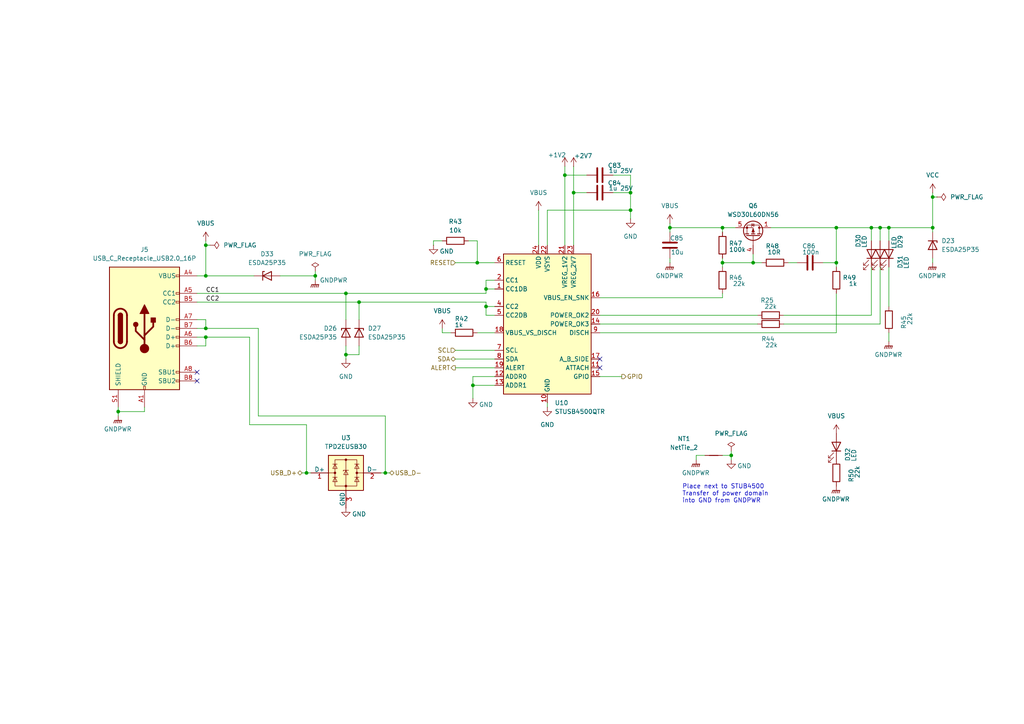
<source format=kicad_sch>
(kicad_sch (version 20250114) (generator "eeschema") (generator_version "9.0")
  (paper "A4")
  (lib_symbols
    (symbol "Connector:USB_C_Receptacle_USB2.0_16P" (pin_names (offset 1.016))
      (property "Reference" "J" (at 0 22.225 0))
      (property "Value" "USB_C_Receptacle_USB2.0_16P" (at 0 19.685 0))
      (symbol "USB_C_Receptacle_USB2.0_16P_0_0"
        (rectangle (start -0.254 -17.78) (end 0.254 -16.764))
        (rectangle (start 10.16 15.494) (end 9.144 14.986))
        (rectangle (start 10.16 10.414) (end 9.144 9.906))
        (rectangle (start 10.16 7.874) (end 9.144 7.366))
        (rectangle (start 10.16 2.794) (end 9.144 2.286))
        (rectangle (start 10.16 0.254) (end 9.144 -0.254))
        (rectangle (start 10.16 -2.286) (end 9.144 -2.794))
        (rectangle (start 10.16 -4.826) (end 9.144 -5.334))
        (rectangle (start 10.16 -12.446) (end 9.144 -12.954))
        (rectangle (start 10.16 -14.986) (end 9.144 -15.494))
      )
      (symbol "USB_C_Receptacle_USB2.0_16P_0_1"
        (rectangle (start -10.16 17.78) (end 10.16 -17.78) (stroke (width 0.254)) (fill (type background)))
        (polyline (pts (xy -8.89 -3.81) (xy -8.89 3.81)) (stroke (width 0.508)))
        (rectangle (start -7.62 -3.81) (end -6.35 3.81) (stroke (width 0.254)) (fill (type outline)))
        (arc (start -7.62 3.81) (mid -6.985 4.4423) (end -6.35 3.81) (stroke (width 0.254)))
        (arc (start -7.62 3.81) (mid -6.985 4.4423) (end -6.35 3.81) (stroke (width 0.254)) (fill (type outline)))
        (arc (start -8.89 3.81) (mid -6.985 5.7067) (end -5.08 3.81) (stroke (width 0.508)))
        (arc (start -5.08 -3.81) (mid -6.985 -5.7067) (end -8.89 -3.81) (stroke (width 0.508)))
        (arc (start -6.35 -3.81) (mid -6.985 -4.4423) (end -7.62 -3.81) (stroke (width 0.254)))
        (arc (start -6.35 -3.81) (mid -6.985 -4.4423) (end -7.62 -3.81) (stroke (width 0.254)) (fill (type outline)))
        (polyline (pts (xy -5.08 3.81) (xy -5.08 -3.81)) (stroke (width 0.508)))
        (circle (center -2.54 1.143) (radius 0.635) (stroke (width 0.254)) (fill (type outline)))
        (polyline (pts (xy -1.27 4.318) (xy 0 6.858) (xy 1.27 4.318) (xy -1.27 4.318)) (stroke (width 0.254)) (fill (type outline)))
        (polyline (pts (xy 0 -2.032) (xy 2.54 0.508) (xy 2.54 1.778)) (stroke (width 0.508)))
        (polyline (pts (xy 0 -3.302) (xy -2.54 -0.762) (xy -2.54 0.508)) (stroke (width 0.508)))
        (polyline (pts (xy 0 -5.842) (xy 0 4.318)) (stroke (width 0.508)))
        (circle (center 0 -5.842) (radius 1.27) (fill (type outline)))
        (rectangle (start 1.905 1.778) (end 3.175 3.048) (stroke (width 0.254)) (fill (type outline)))
      )
      (symbol "USB_C_Receptacle_USB2.0_16P_1_1"
        (pin passive line (at -7.62 -22.86 90) (length 5.08) (name "SHIELD") (number "S1"))
        (pin passive line (at 0 -22.86 90) (length 5.08) (name "GND") (number "A1"))
        (pin passive line (at 0 -22.86 90) (length 5.08) (hide yes) (name "GND") (number "A12"))
        (pin passive line (at 0 -22.86 90) (length 5.08) (hide yes) (name "GND") (number "B1"))
        (pin passive line (at 0 -22.86 90) (length 5.08) (hide yes) (name "GND") (number "B12"))
        (pin passive line (at 15.24 15.24 180) (length 5.08) (name "VBUS") (number "A4"))
        (pin passive line (at 15.24 15.24 180) (length 5.08) (hide yes) (name "VBUS") (number "A9"))
        (pin passive line (at 15.24 15.24 180) (length 5.08) (hide yes) (name "VBUS") (number "B4"))
        (pin passive line (at 15.24 15.24 180) (length 5.08) (hide yes) (name "VBUS") (number "B9"))
        (pin bidirectional line (at 15.24 10.16 180) (length 5.08) (name "CC1") (number "A5"))
        (pin bidirectional line (at 15.24 7.62 180) (length 5.08) (name "CC2") (number "B5"))
        (pin bidirectional line (at 15.24 2.54 180) (length 5.08) (name "D-") (number "A7"))
        (pin bidirectional line (at 15.24 0 180) (length 5.08) (name "D-") (number "B7"))
        (pin bidirectional line (at 15.24 -2.54 180) (length 5.08) (name "D+") (number "A6"))
        (pin bidirectional line (at 15.24 -5.08 180) (length 5.08) (name "D+") (number "B6"))
        (pin bidirectional line (at 15.24 -12.7 180) (length 5.08) (name "SBU1") (number "A8"))
        (pin bidirectional line (at 15.24 -15.24 180) (length 5.08) (name "SBU2") (number "B8"))
      )
    )
    (symbol "Device:C" (pin_numbers (hide yes)) (pin_names (offset 0.254))
      (property "Reference" "C" (at 0.635 2.54 0))
      (property "Value" "C" (at 0.635 -2.54 0))
      (symbol "C_0_1"
        (polyline (pts (xy -2.032 0.762) (xy 2.032 0.762)) (stroke (width 0.508)))
        (polyline (pts (xy -2.032 -0.762) (xy 2.032 -0.762)) (stroke (width 0.508)))
      )
      (symbol "C_1_1"
        (pin passive line (at 0 3.81 270) (length 2.794) (name "~") (number "1"))
        (pin passive line (at 0 -3.81 90) (length 2.794) (name "~") (number "2"))
      )
    )
    (symbol "Device:D_Zener" (pin_numbers (hide yes)) (pin_names (offset 1.016) (hide yes))
      (property "Reference" "D" (at 0 2.54 0))
      (property "Value" "D_Zener" (at 0 -2.54 0))
      (symbol "D_Zener_0_1"
        (polyline (pts (xy -1.27 -1.27) (xy -1.27 1.27) (xy -0.762 1.27)) (stroke (width 0.254)))
        (polyline (pts (xy 1.27 0) (xy -1.27 0)))
        (polyline (pts (xy 1.27 -1.27) (xy 1.27 1.27) (xy -1.27 0) (xy 1.27 -1.27)) (stroke (width 0.254)))
      )
      (symbol "D_Zener_1_1"
        (pin passive line (at -3.81 0 0) (length 2.54) (name "K") (number "1"))
        (pin passive line (at 3.81 0 180) (length 2.54) (name "A") (number "2"))
      )
    )
    (symbol "Device:LED" (pin_numbers (hide yes)) (pin_names (offset 1.016) (hide yes))
      (property "Reference" "D" (at 0 2.54 0))
      (property "Value" "LED" (at 0 -2.54 0))
      (symbol "LED_0_1"
        (polyline (pts (xy -3.048 -0.762) (xy -4.572 -2.286) (xy -3.81 -2.286) (xy -4.572 -2.286) (xy -4.572 -1.524)))
        (polyline (pts (xy -1.778 -0.762) (xy -3.302 -2.286) (xy -2.54 -2.286) (xy -3.302 -2.286) (xy -3.302 -1.524)))
        (polyline (pts (xy -1.27 0) (xy 1.27 0)))
        (polyline (pts (xy -1.27 -1.27) (xy -1.27 1.27)) (stroke (width 0.254)))
        (polyline (pts (xy 1.27 -1.27) (xy 1.27 1.27) (xy -1.27 0) (xy 1.27 -1.27)) (stroke (width 0.254)))
      )
      (symbol "LED_1_1"
        (pin passive line (at -3.81 0 0) (length 2.54) (name "K") (number "1"))
        (pin passive line (at 3.81 0 180) (length 2.54) (name "A") (number "2"))
      )
    )
    (symbol "Device:NetTie_2" (pin_numbers (hide yes)) (pin_names (offset 0) (hide yes)) (in_bom no)
      (property "Reference" "NT" (at 0 1.27 0))
      (property "Value" "NetTie_2" (at 0 -1.27 0))
      (symbol "NetTie_2_0_1"
        (polyline (pts (xy -1.27 0) (xy 1.27 0)) (stroke (width 0.254)))
      )
      (symbol "NetTie_2_1_1"
        (pin passive line (at -2.54 0 0) (length 2.54) (name "1") (number "1"))
        (pin passive line (at 2.54 0 180) (length 2.54) (name "2") (number "2"))
      )
    )
    (symbol "Device:R" (pin_numbers (hide yes)) (pin_names (offset 0))
      (property "Reference" "R" (at 2.032 0 90))
      (property "Value" "R" (at 0 0 90))
      (symbol "R_0_1"
        (rectangle (start -1.016 -2.54) (end 1.016 2.54) (stroke (width 0.254)))
      )
      (symbol "R_1_1"
        (pin passive line (at 0 3.81 270) (length 1.27) (name "~") (number "1"))
        (pin passive line (at 0 -3.81 90) (length 1.27) (name "~") (number "2"))
      )
    )
    (symbol "Interface_USB:STUSB4500QTR"
      (property "Reference" "U" (at -12.7 21.59 0))
      (property "Value" "STUSB4500QTR" (at 8.89 -21.59 0))
      (symbol "STUSB4500QTR_0_1"
        (rectangle (start -12.7 20.32) (end 12.7 -20.32) (stroke (width 0.254)) (fill (type background)))
      )
      (symbol "STUSB4500QTR_1_1"
        (pin input line (at -15.24 17.78 0) (length 2.54) (name "RESET") (number "6"))
        (pin bidirectional line (at -15.24 12.7 0) (length 2.54) (name "CC1") (number "2"))
        (pin bidirectional line (at -15.24 10.16 0) (length 2.54) (name "CC1DB") (number "1"))
        (pin bidirectional line (at -15.24 5.08 0) (length 2.54) (name "CC2") (number "4"))
        (pin bidirectional line (at -15.24 2.54 0) (length 2.54) (name "CC2DB") (number "5"))
        (pin input line (at -15.24 -2.54 0) (length 2.54) (name "VBUS_VS_DISCH") (number "18"))
        (pin input line (at -15.24 -7.62 0) (length 2.54) (name "SCL") (number "7"))
        (pin bidirectional line (at -15.24 -10.16 0) (length 2.54) (name "SDA") (number "8"))
        (pin open_collector line (at -15.24 -12.7 0) (length 2.54) (name "ALERT") (number "19"))
        (pin input line (at -15.24 -15.24 0) (length 2.54) (name "ADDR0") (number "12"))
        (pin input line (at -15.24 -17.78 0) (length 2.54) (name "ADDR1") (number "13"))
        (pin no_connect line (at -12.7 15.24 0) (length 2.54) (hide yes) (name "NC") (number "3"))
        (pin power_in line (at -2.54 22.86 270) (length 2.54) (name "VDD") (number "24"))
        (pin power_in line (at 0 22.86 270) (length 2.54) (name "VSYS") (number "22"))
        (pin power_in line (at 0 -22.86 90) (length 2.54) (name "GND") (number "10"))
        (pin passive line (at 0 -22.86 90) (length 2.54) (hide yes) (name "GND") (number "25"))
        (pin power_out line (at 5.08 22.86 270) (length 2.54) (name "VREG_1V2") (number "21"))
        (pin power_out line (at 7.62 22.86 270) (length 2.54) (name "VREG_2V7") (number "23"))
        (pin open_collector line (at 15.24 7.62 180) (length 2.54) (name "VBUS_EN_SNK") (number "16"))
        (pin open_collector line (at 15.24 2.54 180) (length 2.54) (name "POWER_OK2") (number "20"))
        (pin open_collector line (at 15.24 0 180) (length 2.54) (name "POWER_OK3") (number "14"))
        (pin bidirectional line (at 15.24 -2.54 180) (length 2.54) (name "DISCH") (number "9"))
        (pin open_collector line (at 15.24 -10.16 180) (length 2.54) (name "A_B_SIDE") (number "17"))
        (pin open_collector line (at 15.24 -12.7 180) (length 2.54) (name "ATTACH") (number "11"))
        (pin open_collector line (at 15.24 -15.24 180) (length 2.54) (name "GPIO") (number "15"))
      )
    )
    (symbol "Power_Protection:TPD2EUSB30" (pin_names (offset 0))
      (property "Reference" "U" (at 0 6.35 0))
      (property "Value" "TPD2EUSB30" (at 7.62 -7.62 0))
      (symbol "TPD2EUSB30_0_1"
        (rectangle (start -5.08 5.08) (end 5.08 -5.08) (stroke (width 0.254)) (fill (type background)))
        (polyline (pts (xy -5.08 0) (xy -3.175 0)))
        (polyline (pts (xy -3.81 2.54) (xy -2.54 2.54)))
        (polyline (pts (xy -3.81 -1.27) (xy -2.54 -1.27)))
        (rectangle (start -3.175 3.81) (end 3.175 -3.81))
        (circle (center -3.175 0) (radius 0.2794) (fill (type outline)))
        (polyline (pts (xy -2.54 1.27) (xy -3.81 1.27) (xy -3.175 2.54) (xy -2.54 1.27)))
        (polyline (pts (xy -2.54 -2.54) (xy -3.81 -2.54) (xy -3.175 -1.27) (xy -2.54 -2.54)))
        (circle (center 0 3.81) (radius 0.2794) (fill (type outline)))
        (polyline (pts (xy 0 3.81) (xy 0 -5.08)))
        (circle (center 0 -3.81) (radius 0.2794) (fill (type outline)))
        (polyline (pts (xy 0.635 -0.508) (xy -0.635 -0.508) (xy 0 0.762) (xy 0.635 -0.508)))
        (polyline (pts (xy 0.762 0.762) (xy -0.762 0.762) (xy -0.762 0.508)))
        (polyline (pts (xy 2.54 2.54) (xy 3.81 2.54)))
        (polyline (pts (xy 2.54 -1.27) (xy 3.81 -1.27)))
        (circle (center 3.175 0) (radius 0.2794) (fill (type outline)))
        (polyline (pts (xy 3.81 1.27) (xy 2.54 1.27) (xy 3.175 2.54) (xy 3.81 1.27)))
        (polyline (pts (xy 3.81 -2.54) (xy 2.54 -2.54) (xy 3.175 -1.27) (xy 3.81 -2.54)))
        (polyline (pts (xy 5.08 0) (xy 3.175 0)))
      )
      (symbol "TPD2EUSB30_1_1"
        (pin passive line (at -10.16 0 0) (length 5.08) (name "D+") (number "1"))
        (pin passive line (at 0 -10.16 90) (length 5.08) (name "GND") (number "3"))
        (pin passive line (at 10.16 0 180) (length 5.08) (name "D-") (number "2"))
      )
    )
    (symbol "Transistor_FET:CSD25402Q3A" (pin_names (hide yes))
      (property "Reference" "U" (at 5.715 1.905 0))
      (property "Value" "CSD25402Q3A" (at 11.811 -0.127 0))
      (symbol "CSD25402Q3A_0_1"
        (polyline (pts (xy 0.254 1.905) (xy 0.254 -1.905)) (stroke (width 0.254)))
        (polyline (pts (xy 0.254 0) (xy -2.54 0)))
        (polyline (pts (xy 0.762 2.286) (xy 0.762 1.27)) (stroke (width 0.254)))
        (polyline (pts (xy 0.762 1.778) (xy 3.302 1.778) (xy 3.302 -1.778) (xy 0.762 -1.778)))
        (polyline (pts (xy 0.762 0.508) (xy 0.762 -0.508)) (stroke (width 0.254)))
        (polyline (pts (xy 0.762 -1.27) (xy 0.762 -2.286)) (stroke (width 0.254)))
        (circle (center 1.651 0) (radius 2.794) (stroke (width 0.254)))
        (polyline (pts (xy 2.286 0) (xy 1.27 0.381) (xy 1.27 -0.381) (xy 2.286 0)) (fill (type outline)))
        (polyline (pts (xy 2.54 2.54) (xy 2.54 1.778)))
        (circle (center 2.54 1.778) (radius 0.254) (fill (type outline)))
        (circle (center 2.54 -1.778) (radius 0.254) (fill (type outline)))
        (polyline (pts (xy 2.54 -2.54) (xy 2.54 0) (xy 0.762 0)))
        (polyline (pts (xy 2.794 -0.508) (xy 2.921 -0.381) (xy 3.683 -0.381) (xy 3.81 -0.254)))
        (polyline (pts (xy 3.302 -0.381) (xy 2.921 0.254) (xy 3.683 0.254) (xy 3.302 -0.381)))
      )
      (symbol "CSD25402Q3A_1_1"
        (pin input line (at -5.08 0 0) (length 2.54) (name "G") (number "4"))
        (pin passive line (at 2.54 5.08 270) (length 2.54) (name "D") (number "1"))
        (pin passive line (at 2.54 5.08 270) (length 2.54) (hide yes) (name "D") (number "2"))
        (pin passive line (at 2.54 5.08 270) (length 2.54) (hide yes) (name "D") (number "3"))
        (pin passive line (at 2.54 -5.08 90) (length 2.54) (name "S") (number "5"))
      )
    )
    (symbol "power:+1V2" (power) (pin_numbers (hide yes)) (pin_names (offset 0) (hide yes))
      (property "Value" "+1V2" (at 0 3.556 0))
      (symbol "+1V2_0_1"
        (polyline (pts (xy -0.762 1.27) (xy 0 2.54)))
        (polyline (pts (xy 0 2.54) (xy 0.762 1.27)))
        (polyline (pts (xy 0 0) (xy 0 2.54)))
      )
      (symbol "+1V2_1_1"
        (pin power_in line (at 0 0 90) (length 0) (name "~") (number "1"))
      )
    )
    (symbol "power:+2V8" (power) (pin_numbers (hide yes)) (pin_names (offset 0) (hide yes))
      (property "Value" "+2V8" (at 0 3.556 0))
      (symbol "+2V8_0_1"
        (polyline (pts (xy -0.762 1.27) (xy 0 2.54)))
        (polyline (pts (xy 0 2.54) (xy 0.762 1.27)))
        (polyline (pts (xy 0 0) (xy 0 2.54)))
      )
      (symbol "+2V8_1_1"
        (pin power_in line (at 0 0 90) (length 0) (name "~") (number "1"))
      )
    )
    (symbol "power:GND" (power) (pin_numbers (hide yes)) (pin_names (offset 0) (hide yes))
      (property "Value" "GND" (at 0 -3.81 0))
      (symbol "GND_0_1"
        (polyline (pts (xy 0 0) (xy 0 -1.27) (xy 1.27 -1.27) (xy 0 -2.54) (xy -1.27 -1.27) (xy 0 -1.27)))
      )
      (symbol "GND_1_1"
        (pin power_in line (at 0 0 270) (length 0) (name "~") (number "1"))
      )
    )
    (symbol "power:GNDPWR" (power) (pin_numbers (hide yes)) (pin_names (offset 0) (hide yes))
      (property "Value" "GNDPWR" (at 0 -3.302 0))
      (symbol "GNDPWR_0_1"
        (polyline (pts (xy -1.016 -1.27) (xy -1.27 -2.032) (xy -1.27 -2.032)) (stroke (width 0.2032)))
        (polyline (pts (xy -0.508 -1.27) (xy -0.762 -2.032) (xy -0.762 -2.032)) (stroke (width 0.2032)))
        (polyline (pts (xy 0 -1.27) (xy 0 0)))
        (polyline (pts (xy 0 -1.27) (xy -0.254 -2.032) (xy -0.254 -2.032)) (stroke (width 0.2032)))
        (polyline (pts (xy 0.508 -1.27) (xy 0.254 -2.032) (xy 0.254 -2.032)) (stroke (width 0.2032)))
        (polyline (pts (xy 1.016 -1.27) (xy -1.016 -1.27) (xy -1.016 -1.27)) (stroke (width 0.2032)))
        (polyline (pts (xy 1.016 -1.27) (xy 0.762 -2.032) (xy 0.762 -2.032) (xy 0.762 -2.032)) (stroke (width 0.2032)))
      )
      (symbol "GNDPWR_1_1"
        (pin power_in line (at 0 0 270) (length 0) (name "~") (number "1"))
      )
    )
    (symbol "power:PWR_FLAG" (power) (pin_numbers (hide yes)) (pin_names (offset 0) (hide yes))
      (property "Value" "PWR_FLAG" (at 0 3.81 0))
      (symbol "PWR_FLAG_0_0"
        (pin power_out line (at 0 0 90) (length 0) (name "~") (number "1"))
      )
      (symbol "PWR_FLAG_0_1"
        (polyline (pts (xy 0 0) (xy 0 1.27) (xy -1.016 1.905) (xy 0 2.54) (xy 1.016 1.905) (xy 0 1.27)))
      )
    )
    (symbol "power:VBUS" (power) (pin_numbers (hide yes)) (pin_names (offset 0) (hide yes))
      (property "Value" "VBUS" (at 0 3.556 0))
      (symbol "VBUS_0_1"
        (polyline (pts (xy -0.762 1.27) (xy 0 2.54)))
        (polyline (pts (xy 0 2.54) (xy 0.762 1.27)))
        (polyline (pts (xy 0 0) (xy 0 2.54)))
      )
      (symbol "VBUS_1_1"
        (pin power_in line (at 0 0 90) (length 0) (name "~") (number "1"))
      )
    )
    (symbol "power:VCC" (power) (pin_numbers (hide yes)) (pin_names (offset 0) (hide yes))
      (property "Value" "VCC" (at 0 3.556 0))
      (symbol "VCC_0_1"
        (polyline (pts (xy -0.762 1.27) (xy 0 2.54)))
        (polyline (pts (xy 0 2.54) (xy 0.762 1.27)))
        (polyline (pts (xy 0 0) (xy 0 2.54)))
      )
      (symbol "VCC_1_1"
        (pin power_in line (at 0 0 90) (length 0) (name "~") (number "1"))
      )
    )
  )
  (text "Place next to STUB4500\nTransfer of power domain\ninto GND from GNDPWR" (at 197.866 143.256 0) (effects (font (size 1.27 1.27)) (justify left)))
  (junction (at 209.55 76.2))
  (junction (at 182.88 60.96))
  (junction (at 163.83 50.8))
  (junction (at 91.44 80.01))
  (junction (at 209.55 66.04))
  (junction (at 242.57 66.04))
  (junction (at 140.97 88.9))
  (junction (at 257.81 66.04))
  (junction (at 182.88 55.88))
  (junction (at 34.29 119.38))
  (junction (at 270.51 66.04))
  (junction (at 88.9 137.16))
  (junction (at 270.51 57.15))
  (junction (at 59.69 71.12))
  (junction (at 242.57 76.2))
  (junction (at 140.97 83.82))
  (junction (at 212.09 132.08))
  (junction (at 218.44 76.2))
  (junction (at 100.33 102.87))
  (junction (at 137.16 111.76))
  (junction (at 138.43 76.2))
  (junction (at 59.69 97.79))
  (junction (at 194.31 66.04))
  (junction (at 166.37 55.88))
  (junction (at 255.27 66.04))
  (junction (at 252.73 66.04))
  (junction (at 59.69 80.01))
  (junction (at 111.76 137.16))
  (junction (at 59.69 95.25))
  (junction (at 100.33 85.09))
  (junction (at 104.14 87.63))
  (no_connect (at 173.99 106.68))
  (no_connect (at 57.15 107.95))
  (no_connect (at 57.15 110.49))
  (no_connect (at 173.99 104.14))
  (wire (pts (xy 270.51 55.88) (xy 270.51 57.15)))
  (wire (pts (xy 257.81 99.06) (xy 257.81 96.52)))
  (wire (pts (xy 57.15 97.79) (xy 59.69 97.79)))
  (wire (pts (xy 140.97 88.9) (xy 143.51 88.9)))
  (wire (pts (xy 135.89 69.85) (xy 138.43 69.85)))
  (wire (pts (xy 88.9 137.16) (xy 90.17 137.16)))
  (wire (pts (xy 34.29 119.38) (xy 34.29 120.65)))
  (wire (pts (xy 137.16 109.22) (xy 137.16 111.76)))
  (wire (pts (xy 100.33 102.87) (xy 100.33 104.14)))
  (wire (pts (xy 140.97 87.63) (xy 140.97 88.9)))
  (wire (pts (xy 59.69 97.79) (xy 72.39 97.79)))
  (wire (pts (xy 104.14 87.63) (xy 140.97 87.63)))
  (wire (pts (xy 209.55 76.2) (xy 209.55 77.47)))
  (wire (pts (xy 91.44 78.74) (xy 91.44 80.01)))
  (wire (pts (xy 166.37 48.26) (xy 166.37 55.88)))
  (wire (pts (xy 242.57 96.52) (xy 242.57 85.09)))
  (wire (pts (xy 158.75 60.96) (xy 182.88 60.96)))
  (wire (pts (xy 100.33 85.09) (xy 100.33 92.71)))
  (wire (pts (xy 270.51 57.15) (xy 270.51 66.04)))
  (wire (pts (xy 252.73 66.04) (xy 255.27 66.04)))
  (wire (pts (xy 209.55 66.04) (xy 209.55 67.31)))
  (wire (pts (xy 100.33 100.33) (xy 100.33 102.87)))
  (wire (pts (xy 81.28 80.01) (xy 91.44 80.01)))
  (wire (pts (xy 128.27 69.85) (xy 125.73 69.85)))
  (wire (pts (xy 194.31 76.2) (xy 194.31 74.93)))
  (wire (pts (xy 72.39 97.79) (xy 72.39 123.19)))
  (wire (pts (xy 209.55 76.2) (xy 218.44 76.2)))
  (wire (pts (xy 111.76 120.65) (xy 111.76 137.16)))
  (wire (pts (xy 74.93 95.25) (xy 74.93 120.65)))
  (wire (pts (xy 158.75 60.96) (xy 158.75 71.12)))
  (wire (pts (xy 59.69 95.25) (xy 74.93 95.25)))
  (wire (pts (xy 59.69 92.71) (xy 59.69 95.25)))
  (wire (pts (xy 252.73 66.04) (xy 252.73 69.85)))
  (wire (pts (xy 57.15 87.63) (xy 104.14 87.63)))
  (wire (pts (xy 194.31 66.04) (xy 209.55 66.04)))
  (wire (pts (xy 209.55 74.93) (xy 209.55 76.2)))
  (wire (pts (xy 173.99 86.36) (xy 209.55 86.36)))
  (wire (pts (xy 156.21 60.96) (xy 156.21 71.12)))
  (wire (pts (xy 177.8 50.8) (xy 182.88 50.8)))
  (wire (pts (xy 255.27 77.47) (xy 255.27 93.98)))
  (wire (pts (xy 242.57 66.04) (xy 242.57 76.2)))
  (wire (pts (xy 104.14 100.33) (xy 104.14 102.87)))
  (wire (pts (xy 104.14 87.63) (xy 104.14 92.71)))
  (wire (pts (xy 182.88 50.8) (xy 182.88 55.88)))
  (wire (pts (xy 143.51 91.44) (xy 140.97 91.44)))
  (wire (pts (xy 182.88 60.96) (xy 182.88 63.5)))
  (wire (pts (xy 125.73 69.85) (xy 125.73 71.12)))
  (wire (pts (xy 140.97 91.44) (xy 140.97 88.9)))
  (wire (pts (xy 132.08 104.14) (xy 143.51 104.14)))
  (wire (pts (xy 182.88 55.88) (xy 182.88 60.96)))
  (wire (pts (xy 242.57 76.2) (xy 242.57 77.47)))
  (wire (pts (xy 218.44 76.2) (xy 220.98 76.2)))
  (wire (pts (xy 138.43 96.52) (xy 143.51 96.52)))
  (wire (pts (xy 74.93 120.65) (xy 111.76 120.65)))
  (wire (pts (xy 173.99 91.44) (xy 219.71 91.44)))
  (wire (pts (xy 242.57 66.04) (xy 252.73 66.04)))
  (wire (pts (xy 194.31 66.04) (xy 194.31 67.31)))
  (wire (pts (xy 177.8 55.88) (xy 182.88 55.88)))
  (wire (pts (xy 209.55 66.04) (xy 213.36 66.04)))
  (wire (pts (xy 173.99 96.52) (xy 242.57 96.52)))
  (wire (pts (xy 140.97 83.82) (xy 140.97 85.09)))
  (wire (pts (xy 59.69 95.25) (xy 57.15 95.25)))
  (wire (pts (xy 143.51 109.22) (xy 137.16 109.22)))
  (wire (pts (xy 255.27 66.04) (xy 257.81 66.04)))
  (wire (pts (xy 257.81 77.47) (xy 257.81 88.9)))
  (wire (pts (xy 91.44 80.01) (xy 91.44 81.28)))
  (wire (pts (xy 57.15 92.71) (xy 59.69 92.71)))
  (wire (pts (xy 166.37 55.88) (xy 170.18 55.88)))
  (wire (pts (xy 41.91 118.11) (xy 41.91 119.38)))
  (wire (pts (xy 138.43 76.2) (xy 143.51 76.2)))
  (wire (pts (xy 255.27 66.04) (xy 255.27 69.85)))
  (wire (pts (xy 163.83 48.26) (xy 163.83 50.8)))
  (wire (pts (xy 88.9 123.19) (xy 88.9 137.16)))
  (wire (pts (xy 57.15 80.01) (xy 59.69 80.01)))
  (wire (pts (xy 132.08 101.6) (xy 143.51 101.6)))
  (wire (pts (xy 87.63 137.16) (xy 88.9 137.16)))
  (wire (pts (xy 104.14 102.87) (xy 100.33 102.87)))
  (wire (pts (xy 204.47 132.08) (xy 201.93 132.08)))
  (wire (pts (xy 166.37 55.88) (xy 166.37 71.12)))
  (wire (pts (xy 255.27 93.98) (xy 227.33 93.98)))
  (wire (pts (xy 173.99 109.22) (xy 180.34 109.22)))
  (wire (pts (xy 110.49 137.16) (xy 111.76 137.16)))
  (wire (pts (xy 194.31 64.77) (xy 194.31 66.04)))
  (wire (pts (xy 100.33 85.09) (xy 140.97 85.09)))
  (wire (pts (xy 130.81 96.52) (xy 128.27 96.52)))
  (wire (pts (xy 34.29 118.11) (xy 34.29 119.38)))
  (wire (pts (xy 212.09 132.08) (xy 212.09 133.35)))
  (wire (pts (xy 163.83 50.8) (xy 170.18 50.8)))
  (wire (pts (xy 111.76 137.16) (xy 113.03 137.16)))
  (wire (pts (xy 59.69 100.33) (xy 59.69 97.79)))
  (wire (pts (xy 140.97 83.82) (xy 143.51 83.82)))
  (wire (pts (xy 41.91 119.38) (xy 34.29 119.38)))
  (wire (pts (xy 138.43 69.85) (xy 138.43 76.2)))
  (wire (pts (xy 228.6 76.2) (xy 231.14 76.2)))
  (wire (pts (xy 238.76 76.2) (xy 242.57 76.2)))
  (wire (pts (xy 227.33 91.44) (xy 252.73 91.44)))
  (wire (pts (xy 59.69 80.01) (xy 73.66 80.01)))
  (wire (pts (xy 132.08 106.68) (xy 143.51 106.68)))
  (wire (pts (xy 218.44 73.66) (xy 218.44 76.2)))
  (wire (pts (xy 223.52 66.04) (xy 242.57 66.04)))
  (wire (pts (xy 132.08 76.2) (xy 138.43 76.2)))
  (wire (pts (xy 137.16 111.76) (xy 143.51 111.76)))
  (wire (pts (xy 72.39 123.19) (xy 88.9 123.19)))
  (wire (pts (xy 270.51 74.93) (xy 270.51 76.2)))
  (wire (pts (xy 257.81 66.04) (xy 270.51 66.04)))
  (wire (pts (xy 140.97 81.28) (xy 140.97 83.82)))
  (wire (pts (xy 271.78 57.15) (xy 270.51 57.15)))
  (wire (pts (xy 201.93 132.08) (xy 201.93 133.35)))
  (wire (pts (xy 57.15 85.09) (xy 100.33 85.09)))
  (wire (pts (xy 158.75 118.11) (xy 158.75 116.84)))
  (wire (pts (xy 137.16 111.76) (xy 137.16 115.57)))
  (wire (pts (xy 173.99 93.98) (xy 219.71 93.98)))
  (wire (pts (xy 59.69 71.12) (xy 59.69 80.01)))
  (wire (pts (xy 209.55 86.36) (xy 209.55 85.09)))
  (wire (pts (xy 57.15 100.33) (xy 59.69 100.33)))
  (wire (pts (xy 128.27 96.52) (xy 128.27 95.25)))
  (wire (pts (xy 163.83 50.8) (xy 163.83 71.12)))
  (wire (pts (xy 59.69 69.85) (xy 59.69 71.12)))
  (wire (pts (xy 252.73 91.44) (xy 252.73 77.47)))
  (wire (pts (xy 257.81 66.04) (xy 257.81 69.85)))
  (wire (pts (xy 143.51 81.28) (xy 140.97 81.28)))
  (wire (pts (xy 60.96 71.12) (xy 59.69 71.12)))
  (wire (pts (xy 270.51 67.31) (xy 270.51 66.04)))
  (wire (pts (xy 212.09 130.81) (xy 212.09 132.08)))
  (wire (pts (xy 209.55 132.08) (xy 212.09 132.08)))
  (label "CC2" (at 59.69 87.63 0))
  (label "CC1" (at 59.69 85.09 0))
  (hierarchical_label "RESET" (shape input) (at 132.08 76.2 180))
  (hierarchical_label "SCL" (shape input) (at 132.08 101.6 180))
  (hierarchical_label "GPIO" (shape output) (at 180.34 109.22 0))
  (hierarchical_label "USB_D+" (shape bidirectional) (at 87.63 137.16 180))
  (hierarchical_label "ALERT" (shape output) (at 132.08 106.68 180))
  (hierarchical_label "USB_D-" (shape bidirectional) (at 113.03 137.16 0))
  (hierarchical_label "SDA" (shape bidirectional) (at 132.08 104.14 180))
  (symbol (lib_id "power:GNDPWR") (at 91.44 81.28 0) (unit 1)
    (property "Reference" "#PWR0103" (effects (hide yes)))
    (property "Value" "GNDPWR" (at 96.774 81.28 0))
    (property "Description" "Power symbol creates a global label with name \"GNDPWR\" , global ground" (effects (hide yes)))
  )
  (symbol (lib_id "Device:R") (at 223.52 93.98 270) (unit 1)
    (property "Reference" "R44" (at 222.758 98.298 90))
    (property "Value" "22k" (at 223.774 100.076 90))
    (property "Footprint" "Resistor_SMD:R_0402_1005Metric" (effects (hide yes)))
    (property "Description" "Resistor" (effects (hide yes)))
    (property "LCSC" "C25768" (effects (hide yes)))
  )
  (symbol (lib_id "Device:C") (at 173.99 55.88 90) (unit 1)
    (property "Reference" "C84" (at 176.276 53.086 90) (effects (justify right)))
    (property "Value" "1u 25V" (at 176.53 54.61 90) (effects (justify right)))
    (property "Footprint" "Capacitor_SMD:C_0402_1005Metric" (effects (hide yes)))
    (property "Description" "Unpolarized capacitor" (effects (hide yes)))
    (property "LCSC" "C52923" (effects (hide yes)))
  )
  (symbol (lib_id "power:GNDPWR") (at 34.29 120.65 0) (unit 1)
    (property "Reference" "#PWR0101" (effects (hide yes)))
    (property "Value" "GNDPWR" (at 34.163 124.46 0))
    (property "Description" "Power symbol creates a global label with name \"GNDPWR\" , global ground" (effects (hide yes)))
  )
  (symbol (lib_id "power:GNDPWR") (at 242.57 140.97 0) (unit 1)
    (property "Reference" "#PWR044" (effects (hide yes)))
    (property "Value" "GNDPWR" (at 242.443 144.78 0))
    (property "Description" "Power symbol creates a global label with name \"GNDPWR\" , global ground" (effects (hide yes)))
  )
  (symbol (lib_id "power:PWR_FLAG") (at 91.44 78.74 0) (mirror y) (unit 1)
    (property "Reference" "#FLG01" (effects (hide yes)))
    (property "Value" "PWR_FLAG" (at 91.44 73.66 0))
    (property "Description" "Special symbol for telling ERC where power comes from" (effects (hide yes)))
  )
  (symbol (lib_id "Device:D_Zener") (at 77.47 80.01 0) (unit 1)
    (property "Reference" "D33" (at 77.47 73.66 0))
    (property "Value" "ESDA25P35" (at 77.47 76.2 0))
    (property "Footprint" "protovolt_mini_fp:D_1610_4027Metric" (effects (hide yes)))
    (property "Description" "Zener diode" (effects (hide yes)))
    (property "LCSC" "C1974707" (effects (hide yes)))
  )
  (symbol (lib_id "power:+1V2") (at 163.83 48.26 0) (unit 1)
    (property "Reference" "#PWR0111" (effects (hide yes)))
    (property "Value" "+1V2" (at 161.544 44.958 0))
    (property "Description" "Power symbol creates a global label with name \"+1V2\"" (effects (hide yes)))
  )
  (symbol (lib_id "power:GNDPWR") (at 201.93 133.35 0) (unit 1)
    (property "Reference" "#PWR0104" (effects (hide yes)))
    (property "Value" "GNDPWR" (at 201.803 137.16 0))
    (property "Description" "Power symbol creates a global label with name \"GNDPWR\" , global ground" (effects (hide yes)))
  )
  (symbol (lib_id "Power_Protection:TPD2EUSB30") (at 100.33 137.16 0) (unit 1)
    (property "Reference" "U3" (at 100.33 127 0))
    (property "Value" "TPD2EUSB30" (at 100.33 129.54 0))
    (property "Footprint" "Package_TO_SOT_SMD:Texas_DRT-3" (effects (hide yes)))
    (property "Datasheet" "http://www.ti.com/lit/ds/symlink/tpd2eusb30a.pdf" (effects (hide yes)))
    (property "Description" "2-Channel ESD Protection for Super-Speed USB 3.0 Interface, DRT-3" (effects (hide yes)))
    (property "LCSC" "C97502" (effects (hide yes)))
  )
  (symbol (lib_id "Device:LED") (at 257.81 73.66 270) (mirror x) (unit 1)
    (property "Reference" "D31" (at 261.112 75.946 0))
    (property "Value" "LED" (at 262.89 76.2 0))
    (property "Footprint" "LED_SMD:LED_0603_1608Metric" (effects (hide yes)))
    (property "Description" "Light emitting diode" (effects (hide yes)))
    (property "Sim.Pins" "1=K 2=A" (effects (hide yes)))
    (property "LCSC" "C2286" (effects (hide yes)))
  )
  (symbol (lib_id "Device:R") (at 223.52 91.44 270) (unit 1)
    (property "Reference" "R25" (at 222.504 87.122 90))
    (property "Value" "22k" (at 223.52 88.9 90))
    (property "Footprint" "Resistor_SMD:R_0402_1005Metric" (effects (hide yes)))
    (property "Description" "Resistor" (effects (hide yes)))
    (property "LCSC" "C25768" (effects (hide yes)))
  )
  (symbol (lib_id "power:VBUS") (at 242.57 125.73 0) (unit 1)
    (property "Reference" "#PWR042" (effects (hide yes)))
    (property "Value" "VBUS" (at 242.57 120.65 0))
    (property "Description" "Power symbol creates a global label with name \"VBUS\"" (effects (hide yes)))
  )
  (symbol (lib_id "power:GND") (at 212.09 133.35 0) (unit 1)
    (property "Reference" "#PWR0105" (effects (hide yes)))
    (property "Value" "GND" (at 215.9 135.128 0))
    (property "Description" "Power symbol creates a global label with name \"GND\" , ground" (effects (hide yes)))
  )
  (symbol (lib_id "power:GNDPWR") (at 270.51 76.2 0) (unit 1)
    (property "Reference" "#PWR0116" (effects (hide yes)))
    (property "Value" "GNDPWR" (at 270.383 80.01 0))
    (property "Description" "Power symbol creates a global label with name \"GNDPWR\" , global ground" (effects (hide yes)))
  )
  (symbol (lib_id "power:GND") (at 182.88 63.5 0) (mirror y) (unit 1)
    (property "Reference" "#PWR0109" (effects (hide yes)))
    (property "Value" "GND" (at 182.88 68.58 0))
    (property "Description" "Power symbol creates a global label with name \"GND\" , ground" (effects (hide yes)))
  )
  (symbol (lib_id "Device:LED") (at 252.73 73.66 270) (mirror x) (unit 1)
    (property "Reference" "D29" (at 261.112 70.104 0))
    (property "Value" "LED" (at 259.334 70.358 0))
    (property "Footprint" "LED_SMD:LED_0603_1608Metric" (effects (hide yes)))
    (property "Description" "Light emitting diode" (effects (hide yes)))
    (property "Sim.Pins" "1=K 2=A" (effects (hide yes)))
    (property "LCSC" "C2286" (effects (hide yes)))
  )
  (symbol (lib_id "power:GND") (at 137.16 115.57 0) (unit 1)
    (property "Reference" "#PWR0108" (effects (hide yes)))
    (property "Value" "GND" (at 140.97 117.348 0))
    (property "Description" "Power symbol creates a global label with name \"GND\" , ground" (effects (hide yes)))
  )
  (symbol (lib_id "Device:R") (at 257.81 92.71 0) (unit 1)
    (property "Reference" "R45" (at 262.128 93.472 90))
    (property "Value" "22k" (at 263.906 92.456 90))
    (property "Footprint" "Resistor_SMD:R_0402_1005Metric" (effects (hide yes)))
    (property "Description" "Resistor" (effects (hide yes)))
    (property "LCSC" "C25768" (effects (hide yes)))
  )
  (symbol (lib_id "power:VBUS") (at 194.31 64.77 0) (unit 1)
    (property "Reference" "#PWR0113" (effects (hide yes)))
    (property "Value" "VBUS" (at 194.31 59.69 0))
    (property "Description" "Power symbol creates a global label with name \"VBUS\"" (effects (hide yes)))
  )
  (symbol (lib_id "Device:R") (at 209.55 71.12 180) (unit 1)
    (property "Reference" "R47" (at 213.36 70.612 0))
    (property "Value" "100k" (at 213.868 72.39 0))
    (property "Footprint" "Resistor_SMD:R_0402_1005Metric" (effects (hide yes)))
    (property "Description" "Resistor" (effects (hide yes)))
    (property "LCSC" "C25741" (effects (hide yes)))
  )
  (symbol (lib_id "Device:D_Zener") (at 100.33 96.52 90) (mirror x) (unit 1)
    (property "Reference" "D26" (at 97.79 95.2499 90) (effects (justify left)))
    (property "Value" "ESDA25P35" (at 97.79 97.7899 90) (effects (justify left)))
    (property "Footprint" "protovolt_mini_fp:D_1610_4027Metric" (effects (hide yes)))
    (property "Description" "Zener diode" (effects (hide yes)))
    (property "LCSC" "C1974707" (effects (hide yes)))
  )
  (symbol (lib_id "Device:C") (at 173.99 50.8 90) (unit 1)
    (property "Reference" "C83" (at 176.276 48.006 90) (effects (justify right)))
    (property "Value" "1u 25V" (at 176.53 49.53 90) (effects (justify right)))
    (property "Footprint" "Capacitor_SMD:C_0402_1005Metric" (effects (hide yes)))
    (property "Description" "Unpolarized capacitor" (effects (hide yes)))
    (property "LCSC" "C52923" (effects (hide yes)))
  )
  (symbol (lib_id "power:GND") (at 125.73 71.12 0) (unit 1)
    (property "Reference" "#PWR0107" (effects (hide yes)))
    (property "Value" "GND" (at 129.54 72.898 0))
    (property "Description" "Power symbol creates a global label with name \"GND\" , ground" (effects (hide yes)))
  )
  (symbol (lib_id "Device:LED") (at 255.27 73.66 270) (mirror x) (unit 1)
    (property "Reference" "D30" (at 248.92 69.85 0))
    (property "Value" "LED" (at 250.698 70.104 0))
    (property "Footprint" "LED_SMD:LED_0603_1608Metric" (effects (hide yes)))
    (property "Description" "Light emitting diode" (effects (hide yes)))
    (property "Sim.Pins" "1=K 2=A" (effects (hide yes)))
    (property "LCSC" "C2286" (effects (hide yes)))
  )
  (symbol (lib_id "Device:R") (at 224.79 76.2 90) (unit 1)
    (property "Reference" "R48" (at 224.028 71.374 90))
    (property "Value" "10R" (at 224.536 73.152 90))
    (property "Footprint" "Resistor_SMD:R_0402_1005Metric" (effects (hide yes)))
    (property "Description" "Resistor" (effects (hide yes)))
    (property "LCSC" "C25077" (effects (hide yes)))
  )
  (symbol (lib_id "Device:R") (at 242.57 137.16 0) (unit 1)
    (property "Reference" "R50" (at 246.888 137.922 90))
    (property "Value" "22k" (at 248.666 136.906 90))
    (property "Footprint" "Resistor_SMD:R_0402_1005Metric" (effects (hide yes)))
    (property "Description" "Resistor" (effects (hide yes)))
    (property "LCSC" "C25768" (effects (hide yes)))
  )
  (symbol (lib_id "Transistor_FET:CSD25402Q3A") (at 218.44 68.58 270) (mirror x) (unit 1)
    (property "Reference" "Q6" (at 218.44 59.69 90))
    (property "Value" "WSD30L60DN56" (at 218.44 62.23 90))
    (property "Footprint" "Package_DFN_QFN:PQFN-8-EP_6x5mm_P1.27mm_Generic" (effects (hide yes)))
    (property "LCSC" "C148397" (effects (hide yes)))
  )
  (symbol (lib_id "Interface_USB:STUSB4500QTR") (at 158.75 93.98 0) (unit 1)
    (property "Reference" "U10" (at 160.8933 116.84 0) (effects (justify left)))
    (property "Value" "STUSB4500QTR" (at 160.8933 119.38 0) (effects (justify left)))
    (property "Footprint" "Package_DFN_QFN:QFN-24-1EP_4x4mm_P0.5mm_EP2.7x2.7mm" (effects (hide yes)))
    (property "Datasheet" "https://www.st.com/resource/en/datasheet/stusb4500.pdf" (effects (hide yes)))
    (property "Description" "Stand-alone USB PD controller (with sink Auto-run mode), QFN-24" (effects (hide yes)))
    (property "LCSC" "C2678061" (effects (hide yes)))
  )
  (symbol (lib_id "Connector:USB_C_Receptacle_USB2.0_16P") (at 41.91 95.25 0) (unit 1)
    (property "Reference" "J5" (at 41.91 72.39 0))
    (property "Value" "USB_C_Receptacle_USB2.0_16P" (at 41.91 74.93 0))
    (property "Footprint" "Connector_USB:USB_C_Receptacle_GCT_USB4105-xx-A_16P_TopMnt_Horizontal" (effects (hide yes)))
    (property "Datasheet" "https://www.usb.org/sites/default/files/documents/usb_type-c.zip" (effects (hide yes)))
    (property "Description" "USB 2.0-only 16P Type-C Receptacle connector" (effects (hide yes)))
    (property "LCSC" "C165948" (effects (hide yes)))
  )
  (symbol (lib_id "Device:R") (at 132.08 69.85 90) (unit 1)
    (property "Reference" "R43" (at 132.08 64.262 90))
    (property "Value" "10k" (at 132.08 66.802 90))
    (property "Footprint" "Resistor_SMD:R_0402_1005Metric" (effects (hide yes)))
    (property "Description" "Resistor" (effects (hide yes)))
    (property "LCSC" "C25905" (effects (hide yes)))
  )
  (symbol (lib_id "power:VCC") (at 270.51 55.88 0) (unit 1)
    (property "Reference" "#PWR0115" (effects (hide yes)))
    (property "Value" "VCC" (at 270.51 50.8 0))
    (property "Description" "Power symbol creates a global label with name \"VCC\"" (effects (hide yes)))
  )
  (symbol (lib_id "Device:C") (at 194.31 71.12 0) (unit 1)
    (property "Reference" "C85" (at 194.31 69.088 0) (effects (justify left)))
    (property "Value" "10u" (at 194.564 73.152 0) (effects (justify left)))
    (property "Footprint" "Capacitor_SMD:C_1206_3216Metric" (effects (hide yes)))
    (property "Description" "Unpolarized capacitor" (effects (hide yes)))
    (property "LCSC" "C13585" (effects (hide yes)))
  )
  (symbol (lib_id "Device:R") (at 209.55 81.28 180) (unit 1)
    (property "Reference" "R46" (at 213.36 80.518 0))
    (property "Value" "22k" (at 214.376 82.296 0))
    (property "Footprint" "Resistor_SMD:R_0402_1005Metric" (effects (hide yes)))
    (property "Description" "Resistor" (effects (hide yes)))
    (property "LCSC" "C25768" (effects (hide yes)))
  )
  (symbol (lib_id "power:GNDPWR") (at 257.81 99.06 0) (unit 1)
    (property "Reference" "#PWR041" (effects (hide yes)))
    (property "Value" "GNDPWR" (at 257.683 102.87 0))
    (property "Description" "Power symbol creates a global label with name \"GNDPWR\" , global ground" (effects (hide yes)))
  )
  (symbol (lib_id "power:VBUS") (at 128.27 95.25 0) (unit 1)
    (property "Reference" "#PWR0106" (effects (hide yes)))
    (property "Value" "VBUS" (at 128.27 90.17 0))
    (property "Description" "Power symbol creates a global label with name \"VBUS\"" (effects (hide yes)))
  )
  (symbol (lib_id "Device:NetTie_2") (at 207.01 132.08 0) (unit 1) (in_bom no)
    (property "Reference" "NT1" (at 198.374 127.254 0))
    (property "Value" "NetTie_2" (at 198.374 129.794 0))
    (property "Footprint" "NetTie:NetTie-2_SMD_Pad0.5mm" (effects (hide yes)))
    (property "Description" "Net tie, 2 pins" (effects (hide yes)))
  )
  (symbol (lib_id "Device:R") (at 242.57 81.28 180) (unit 1)
    (property "Reference" "R49" (at 246.38 80.518 0))
    (property "Value" "1k" (at 247.396 82.296 0))
    (property "Footprint" "Resistor_SMD:R_0402_1005Metric" (effects (hide yes)))
    (property "Description" "Resistor" (effects (hide yes)))
    (property "LCSC" "C11702" (effects (hide yes)))
  )
  (symbol (lib_id "power:+2V8") (at 166.37 48.26 0) (unit 1)
    (property "Reference" "#PWR0112" (effects (hide yes)))
    (property "Value" "+2V7" (at 169.164 45.212 0))
    (property "Description" "Power symbol creates a global label with name \"+2V8\"" (effects (hide yes)))
  )
  (symbol (lib_id "power:GND") (at 100.33 104.14 0) (unit 1)
    (property "Reference" "#PWR0117" (effects (hide yes)))
    (property "Value" "GND" (at 100.33 109.22 0))
    (property "Description" "Power symbol creates a global label with name \"GND\" , ground" (effects (hide yes)))
  )
  (symbol (lib_id "Device:LED") (at 242.57 129.54 270) (mirror x) (unit 1)
    (property "Reference" "D32" (at 245.872 131.826 0))
    (property "Value" "LED" (at 247.65 132.08 0))
    (property "Footprint" "LED_SMD:LED_0603_1608Metric" (effects (hide yes)))
    (property "Description" "Light emitting diode" (effects (hide yes)))
    (property "Sim.Pins" "1=K 2=A" (effects (hide yes)))
    (property "LCSC" "C2286" (effects (hide yes)))
  )
  (symbol (lib_id "power:PWR_FLAG") (at 212.09 130.81 0) (mirror y) (unit 1)
    (property "Reference" "#FLG05" (effects (hide yes)))
    (property "Value" "PWR_FLAG" (at 212.09 125.73 0))
    (property "Description" "Special symbol for telling ERC where power comes from" (effects (hide yes)))
  )
  (symbol (lib_id "power:PWR_FLAG") (at 60.96 71.12 270) (unit 1)
    (property "Reference" "#FLG02" (effects (hide yes)))
    (property "Value" "PWR_FLAG" (at 64.77 71.1199 90) (effects (justify left)))
    (property "Description" "Special symbol for telling ERC where power comes from" (effects (hide yes)))
  )
  (symbol (lib_id "Device:C") (at 234.95 76.2 270) (unit 1)
    (property "Reference" "C86" (at 232.664 71.374 90) (effects (justify left)))
    (property "Value" "100n" (at 232.664 73.152 90) (effects (justify left)))
    (property "Footprint" "Capacitor_SMD:C_0402_1005Metric" (effects (hide yes)))
    (property "Description" "Unpolarized capacitor" (effects (hide yes)))
    (property "LCSC" "C307331" (effects (hide yes)))
  )
  (symbol (lib_id "power:GND") (at 100.33 147.32 0) (unit 1)
    (property "Reference" "#PWR081" (effects (hide yes)))
    (property "Value" "GND" (at 104.14 149.098 0))
    (property "Description" "Power symbol creates a global label with name \"GND\" , ground" (effects (hide yes)))
  )
  (symbol (lib_id "power:GND") (at 158.75 118.11 0) (unit 1)
    (property "Reference" "#PWR0110" (effects (hide yes)))
    (property "Value" "GND" (at 158.75 123.19 0))
    (property "Description" "Power symbol creates a global label with name \"GND\" , ground" (effects (hide yes)))
  )
  (symbol (lib_id "Device:D_Zener") (at 104.14 96.52 270) (unit 1)
    (property "Reference" "D27" (at 106.68 95.2499 90) (effects (justify left)))
    (property "Value" "ESDA25P35" (at 106.68 97.7899 90) (effects (justify left)))
    (property "Footprint" "protovolt_mini_fp:D_1610_4027Metric" (effects (hide yes)))
    (property "Description" "Zener diode" (effects (hide yes)))
    (property "LCSC" "C1974707" (effects (hide yes)))
  )
  (symbol (lib_id "power:VBUS") (at 156.21 60.96 0) (unit 1)
    (property "Reference" "#PWR02" (effects (hide yes)))
    (property "Value" "VBUS" (at 156.21 55.88 0))
    (property "Description" "Power symbol creates a global label with name \"VBUS\"" (effects (hide yes)))
  )
  (symbol (lib_id "power:GNDPWR") (at 194.31 76.2 0) (unit 1)
    (property "Reference" "#PWR0114" (effects (hide yes)))
    (property "Value" "GNDPWR" (at 194.183 80.01 0))
    (property "Description" "Power symbol creates a global label with name \"GNDPWR\" , global ground" (effects (hide yes)))
  )
  (symbol (lib_id "Device:R") (at 134.62 96.52 90) (unit 1)
    (property "Reference" "R42" (at 133.858 92.456 90))
    (property "Value" "1k" (at 133.096 94.234 90))
    (property "Footprint" "Resistor_SMD:R_0402_1005Metric" (effects (hide yes)))
    (property "Description" "Resistor" (effects (hide yes)))
    (property "LCSC" "C11702" (effects (hide yes)))
  )
  (symbol (lib_id "Device:D_Zener") (at 270.51 71.12 270) (unit 1)
    (property "Reference" "D23" (at 273.05 69.8499 90) (effects (justify left)))
    (property "Value" "ESDA25P35" (at 273.05 72.3899 90) (effects (justify left)))
    (property "Footprint" "protovolt_mini_fp:D_1610_4027Metric" (effects (hide yes)))
    (property "Description" "Zener diode" (effects (hide yes)))
    (property "LCSC" "C1974707" (effects (hide yes)))
  )
  (symbol (lib_id "power:PWR_FLAG") (at 271.78 57.15 270) (unit 1)
    (property "Reference" "#FLG04" (effects (hide yes)))
    (property "Value" "PWR_FLAG" (at 275.59 57.1499 90) (effects (justify left)))
    (property "Description" "Special symbol for telling ERC where power comes from" (effects (hide yes)))
  )
  (symbol (lib_id "power:VBUS") (at 59.69 69.85 0) (unit 1)
    (property "Reference" "#PWR0102" (effects (hide yes)))
    (property "Value" "VBUS" (at 59.69 64.77 0))
    (property "Description" "Power symbol creates a global label with name \"VBUS\"" (effects (hide yes)))
  )
)
</source>
